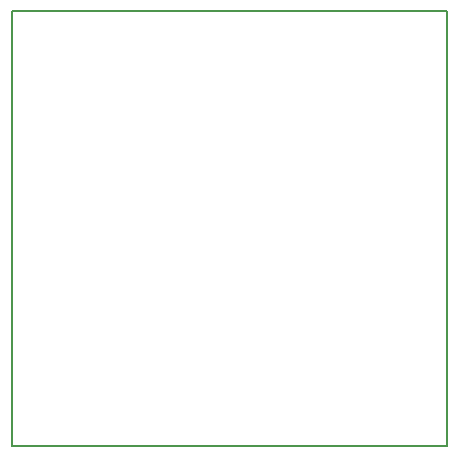
<source format=gm1>
%TF.GenerationSoftware,KiCad,Pcbnew,4.0.6*%
%TF.CreationDate,2017-08-17T14:53:17+02:00*%
%TF.ProjectId,ESP12_pcb,45535031325F7063622E6B696361645F,rev?*%
%TF.FileFunction,Profile,NP*%
%FSLAX46Y46*%
G04 Gerber Fmt 4.6, Leading zero omitted, Abs format (unit mm)*
G04 Created by KiCad (PCBNEW 4.0.6) date Thursday, 17 '17e' August '17e' 2017, 14:53:17*
%MOMM*%
%LPD*%
G01*
G04 APERTURE LIST*
%ADD10C,0.127000*%
G04 APERTURE END LIST*
D10*
X135890000Y-80010000D02*
X99060000Y-80010000D01*
X135890000Y-116840000D02*
X135890000Y-80010000D01*
X99060000Y-116840000D02*
X135890000Y-116840000D01*
X99060000Y-116840000D02*
X99060000Y-80010000D01*
M02*

</source>
